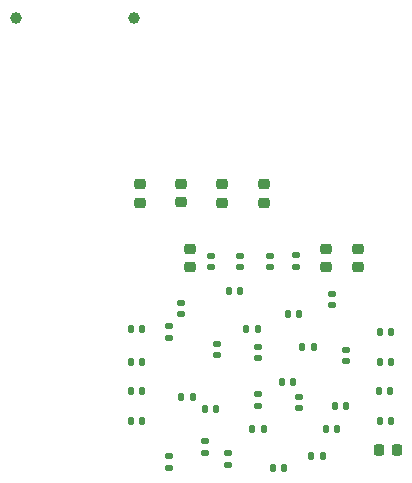
<source format=gbr>
%TF.GenerationSoftware,KiCad,Pcbnew,7.0.10*%
%TF.CreationDate,2024-01-13T18:06:35+01:00*%
%TF.ProjectId,FPGA,46504741-2e6b-4696-9361-645f70636258,rev?*%
%TF.SameCoordinates,Original*%
%TF.FileFunction,Soldermask,Bot*%
%TF.FilePolarity,Negative*%
%FSLAX46Y46*%
G04 Gerber Fmt 4.6, Leading zero omitted, Abs format (unit mm)*
G04 Created by KiCad (PCBNEW 7.0.10) date 2024-01-13 18:06:35*
%MOMM*%
%LPD*%
G01*
G04 APERTURE LIST*
G04 Aperture macros list*
%AMRoundRect*
0 Rectangle with rounded corners*
0 $1 Rounding radius*
0 $2 $3 $4 $5 $6 $7 $8 $9 X,Y pos of 4 corners*
0 Add a 4 corners polygon primitive as box body*
4,1,4,$2,$3,$4,$5,$6,$7,$8,$9,$2,$3,0*
0 Add four circle primitives for the rounded corners*
1,1,$1+$1,$2,$3*
1,1,$1+$1,$4,$5*
1,1,$1+$1,$6,$7*
1,1,$1+$1,$8,$9*
0 Add four rect primitives between the rounded corners*
20,1,$1+$1,$2,$3,$4,$5,0*
20,1,$1+$1,$4,$5,$6,$7,0*
20,1,$1+$1,$6,$7,$8,$9,0*
20,1,$1+$1,$8,$9,$2,$3,0*%
G04 Aperture macros list end*
%ADD10RoundRect,0.225000X0.250000X-0.225000X0.250000X0.225000X-0.250000X0.225000X-0.250000X-0.225000X0*%
%ADD11RoundRect,0.225000X-0.225000X-0.250000X0.225000X-0.250000X0.225000X0.250000X-0.225000X0.250000X0*%
%ADD12C,1.000000*%
%ADD13RoundRect,0.140000X-0.170000X0.140000X-0.170000X-0.140000X0.170000X-0.140000X0.170000X0.140000X0*%
%ADD14RoundRect,0.140000X0.140000X0.170000X-0.140000X0.170000X-0.140000X-0.170000X0.140000X-0.170000X0*%
%ADD15RoundRect,0.140000X-0.140000X-0.170000X0.140000X-0.170000X0.140000X0.170000X-0.140000X0.170000X0*%
%ADD16RoundRect,0.140000X0.170000X-0.140000X0.170000X0.140000X-0.170000X0.140000X-0.170000X-0.140000X0*%
G04 APERTURE END LIST*
D10*
%TO.C,C48*%
X92000000Y-91500000D03*
X92000000Y-93050000D03*
%TD*%
%TO.C,C47*%
X95500000Y-91475000D03*
X95500000Y-93025000D03*
%TD*%
%TO.C,C46*%
X102500000Y-93050000D03*
X102500000Y-91500000D03*
%TD*%
%TO.C,C45*%
X99000000Y-91500000D03*
X99000000Y-93050000D03*
%TD*%
%TO.C,C8*%
X110500000Y-98525000D03*
X110500000Y-96975000D03*
%TD*%
D11*
%TO.C,C14*%
X112225000Y-114000000D03*
X113775000Y-114000000D03*
%TD*%
D10*
%TO.C,C6*%
X96250000Y-98525000D03*
X96250000Y-96975000D03*
%TD*%
%TO.C,C9*%
X107750000Y-98525000D03*
X107750000Y-96975000D03*
%TD*%
D12*
%TO.C,J1*%
X91500000Y-77375000D03*
X81500000Y-77375000D03*
%TD*%
D13*
%TO.C,C30*%
X99500000Y-114270000D03*
X99500000Y-115230000D03*
%TD*%
D14*
%TO.C,C38*%
X102480000Y-112250000D03*
X101520000Y-112250000D03*
%TD*%
D15*
%TO.C,C22*%
X112270000Y-109000000D03*
X113230000Y-109000000D03*
%TD*%
D16*
%TO.C,C49*%
X109500000Y-106460000D03*
X109500000Y-105500000D03*
%TD*%
D13*
%TO.C,C16*%
X108250000Y-100770000D03*
X108250000Y-101730000D03*
%TD*%
D14*
%TO.C,C32*%
X91270000Y-111500000D03*
X92230000Y-111500000D03*
%TD*%
D16*
%TO.C,C11*%
X103000000Y-98500000D03*
X103000000Y-97540000D03*
%TD*%
D14*
%TO.C,C25*%
X107480000Y-114500000D03*
X106520000Y-114500000D03*
%TD*%
D16*
%TO.C,C29*%
X94500000Y-115480000D03*
X94500000Y-114520000D03*
%TD*%
%TO.C,C10*%
X105250000Y-97500000D03*
X105250000Y-98460000D03*
%TD*%
D13*
%TO.C,C24*%
X95500000Y-101520000D03*
X95500000Y-102480000D03*
%TD*%
D15*
%TO.C,C23*%
X99520000Y-100500000D03*
X100480000Y-100500000D03*
%TD*%
D13*
%TO.C,C3*%
X102000000Y-105270000D03*
X102000000Y-106230000D03*
%TD*%
D15*
%TO.C,C1*%
X104020000Y-108250000D03*
X104980000Y-108250000D03*
%TD*%
D14*
%TO.C,C15*%
X109460000Y-110250000D03*
X108500000Y-110250000D03*
%TD*%
D15*
%TO.C,C19*%
X112310000Y-106500000D03*
X113270000Y-106500000D03*
%TD*%
%TO.C,C20*%
X113270000Y-111500000D03*
X112310000Y-111500000D03*
%TD*%
%TO.C,C26*%
X95520000Y-109500000D03*
X96480000Y-109500000D03*
%TD*%
%TO.C,C35*%
X101020000Y-103750000D03*
X101980000Y-103750000D03*
%TD*%
D16*
%TO.C,C5*%
X100500000Y-98500000D03*
X100500000Y-97540000D03*
%TD*%
D15*
%TO.C,C21*%
X112310000Y-104000000D03*
X113270000Y-104000000D03*
%TD*%
%TO.C,C18*%
X107770000Y-112250000D03*
X108730000Y-112250000D03*
%TD*%
D14*
%TO.C,C34*%
X91250000Y-109000000D03*
X92210000Y-109000000D03*
%TD*%
D16*
%TO.C,C4*%
X98000000Y-98500000D03*
X98000000Y-97540000D03*
%TD*%
D14*
%TO.C,C36*%
X103270000Y-115500000D03*
X104230000Y-115500000D03*
%TD*%
D15*
%TO.C,C37*%
X104540000Y-102500000D03*
X105500000Y-102500000D03*
%TD*%
D16*
%TO.C,C17*%
X97500000Y-114210000D03*
X97500000Y-113250000D03*
%TD*%
D14*
%TO.C,C31*%
X91270000Y-103750000D03*
X92230000Y-103750000D03*
%TD*%
%TO.C,C27*%
X98480000Y-110500000D03*
X97520000Y-110500000D03*
%TD*%
%TO.C,C33*%
X91270000Y-106500000D03*
X92230000Y-106500000D03*
%TD*%
D15*
%TO.C,C13*%
X106730000Y-105250000D03*
X105770000Y-105250000D03*
%TD*%
D13*
%TO.C,C2*%
X105500000Y-109500000D03*
X105500000Y-110460000D03*
%TD*%
D16*
%TO.C,C12*%
X98500000Y-105980000D03*
X98500000Y-105020000D03*
%TD*%
%TO.C,C28*%
X94500000Y-104480000D03*
X94500000Y-103520000D03*
%TD*%
%TO.C,C7*%
X102000000Y-110230000D03*
X102000000Y-109270000D03*
%TD*%
M02*

</source>
